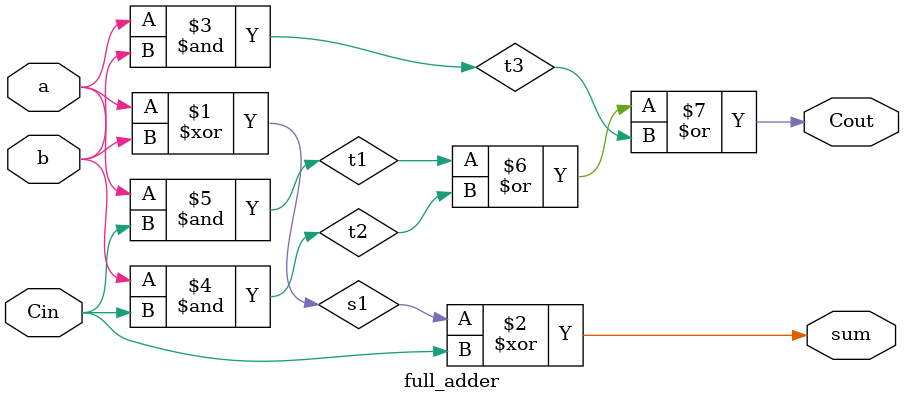
<source format=v>
module full_adder(a,b,Cin,sum,Cout);
input a,b;
input Cin;
output sum;
output Cout;
wire t1,t2,t3;
wire s1;

xor (s1,a,b);
xor (sum,s1,Cin);
and (t3,a,b);
and (t2,b,Cin);
and (t1,a,Cin);
or (Cout,t1,t2,t3);

endmodule
</source>
